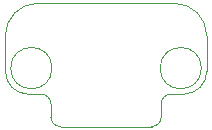
<source format=gko>
G04*
G04 #@! TF.GenerationSoftware,Altium Limited,Altium Designer,19.0.12 (326)*
G04*
G04 Layer_Color=9147313*
%FSLAX24Y24*%
%MOIN*%
G70*
G01*
G75*
%ADD27C,0.0020*%
D27*
X-1841Y-2165D02*
G03*
X-1516Y-2490I325J0D01*
G01*
X-3356Y-650D02*
G03*
X-2598Y-1407I758J0D01*
G01*
X-1841Y-1732D02*
G03*
X-2165Y-1407I-325J0D01*
G01*
X2165D02*
G03*
X1841Y-1732I0J-325D01*
G01*
X2598Y-1407D02*
G03*
X3356Y-650I0J758D01*
G01*
X1516Y-2490D02*
G03*
X1841Y-2165I0J325D01*
G01*
X3356Y541D02*
G03*
X2274Y1624I-1083J0D01*
G01*
X-2274D02*
G03*
X-3356Y541I0J-1083D01*
G01*
X-1801Y-541D02*
G03*
X-1801Y-541I-689J0D01*
G01*
X3179D02*
G03*
X3179Y-541I-689J0D01*
G01*
X-1841Y-2165D02*
Y-1732D01*
X-2598Y-1407D02*
X-2165D01*
X2165D02*
X2598D01*
X1841Y-2165D02*
Y-1732D01*
X3356Y-650D02*
Y541D01*
X-1516Y-2490D02*
X1516D01*
X-3356Y-650D02*
Y541D01*
X-2274Y1624D02*
X2274D01*
M02*

</source>
